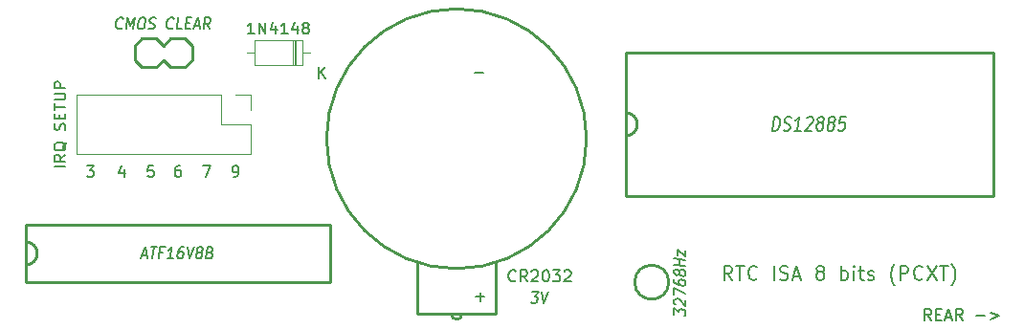
<source format=gto>
G04 #@! TF.GenerationSoftware,KiCad,Pcbnew,(5.1.4)-1*
G04 #@! TF.CreationDate,2020-05-29T14:17:48+02:00*
G04 #@! TF.ProjectId,RTC8088,52544338-3038-4382-9e6b-696361645f70,rev?*
G04 #@! TF.SameCoordinates,Original*
G04 #@! TF.FileFunction,Legend,Top*
G04 #@! TF.FilePolarity,Positive*
%FSLAX46Y46*%
G04 Gerber Fmt 4.6, Leading zero omitted, Abs format (unit mm)*
G04 Created by KiCad (PCBNEW (5.1.4)-1) date 2020-05-29 14:17:48*
%MOMM*%
%LPD*%
G04 APERTURE LIST*
%ADD10C,0.150000*%
%ADD11C,0.200000*%
%ADD12C,0.120000*%
%ADD13C,0.254000*%
%ADD14C,0.203200*%
G04 APERTURE END LIST*
D10*
X183491523Y-97353380D02*
X183158190Y-96877190D01*
X182920095Y-97353380D02*
X182920095Y-96353380D01*
X183301047Y-96353380D01*
X183396285Y-96401000D01*
X183443904Y-96448619D01*
X183491523Y-96543857D01*
X183491523Y-96686714D01*
X183443904Y-96781952D01*
X183396285Y-96829571D01*
X183301047Y-96877190D01*
X182920095Y-96877190D01*
X183920095Y-96829571D02*
X184253428Y-96829571D01*
X184396285Y-97353380D02*
X183920095Y-97353380D01*
X183920095Y-96353380D01*
X184396285Y-96353380D01*
X184777238Y-97067666D02*
X185253428Y-97067666D01*
X184682000Y-97353380D02*
X185015333Y-96353380D01*
X185348666Y-97353380D01*
X186253428Y-97353380D02*
X185920095Y-96877190D01*
X185682000Y-97353380D02*
X185682000Y-96353380D01*
X186062952Y-96353380D01*
X186158190Y-96401000D01*
X186205809Y-96448619D01*
X186253428Y-96543857D01*
X186253428Y-96686714D01*
X186205809Y-96781952D01*
X186158190Y-96829571D01*
X186062952Y-96877190D01*
X185682000Y-96877190D01*
X187443904Y-96972428D02*
X188205809Y-96972428D01*
X188682000Y-96686714D02*
X189443904Y-96972428D01*
X188682000Y-97258142D01*
D11*
X165863190Y-93783476D02*
X165446523Y-93188238D01*
X165148904Y-93783476D02*
X165148904Y-92533476D01*
X165625095Y-92533476D01*
X165744142Y-92593000D01*
X165803666Y-92652523D01*
X165863190Y-92771571D01*
X165863190Y-92950142D01*
X165803666Y-93069190D01*
X165744142Y-93128714D01*
X165625095Y-93188238D01*
X165148904Y-93188238D01*
X166220333Y-92533476D02*
X166934619Y-92533476D01*
X166577476Y-93783476D02*
X166577476Y-92533476D01*
X168065571Y-93664428D02*
X168006047Y-93723952D01*
X167827476Y-93783476D01*
X167708428Y-93783476D01*
X167529857Y-93723952D01*
X167410809Y-93604904D01*
X167351285Y-93485857D01*
X167291761Y-93247761D01*
X167291761Y-93069190D01*
X167351285Y-92831095D01*
X167410809Y-92712047D01*
X167529857Y-92593000D01*
X167708428Y-92533476D01*
X167827476Y-92533476D01*
X168006047Y-92593000D01*
X168065571Y-92652523D01*
X169553666Y-93783476D02*
X169553666Y-92533476D01*
X170089380Y-93723952D02*
X170267952Y-93783476D01*
X170565571Y-93783476D01*
X170684619Y-93723952D01*
X170744142Y-93664428D01*
X170803666Y-93545380D01*
X170803666Y-93426333D01*
X170744142Y-93307285D01*
X170684619Y-93247761D01*
X170565571Y-93188238D01*
X170327476Y-93128714D01*
X170208428Y-93069190D01*
X170148904Y-93009666D01*
X170089380Y-92890619D01*
X170089380Y-92771571D01*
X170148904Y-92652523D01*
X170208428Y-92593000D01*
X170327476Y-92533476D01*
X170625095Y-92533476D01*
X170803666Y-92593000D01*
X171279857Y-93426333D02*
X171875095Y-93426333D01*
X171160809Y-93783476D02*
X171577476Y-92533476D01*
X171994142Y-93783476D01*
X173541761Y-93069190D02*
X173422714Y-93009666D01*
X173363190Y-92950142D01*
X173303666Y-92831095D01*
X173303666Y-92771571D01*
X173363190Y-92652523D01*
X173422714Y-92593000D01*
X173541761Y-92533476D01*
X173779857Y-92533476D01*
X173898904Y-92593000D01*
X173958428Y-92652523D01*
X174017952Y-92771571D01*
X174017952Y-92831095D01*
X173958428Y-92950142D01*
X173898904Y-93009666D01*
X173779857Y-93069190D01*
X173541761Y-93069190D01*
X173422714Y-93128714D01*
X173363190Y-93188238D01*
X173303666Y-93307285D01*
X173303666Y-93545380D01*
X173363190Y-93664428D01*
X173422714Y-93723952D01*
X173541761Y-93783476D01*
X173779857Y-93783476D01*
X173898904Y-93723952D01*
X173958428Y-93664428D01*
X174017952Y-93545380D01*
X174017952Y-93307285D01*
X173958428Y-93188238D01*
X173898904Y-93128714D01*
X173779857Y-93069190D01*
X175506047Y-93783476D02*
X175506047Y-92533476D01*
X175506047Y-93009666D02*
X175625095Y-92950142D01*
X175863190Y-92950142D01*
X175982238Y-93009666D01*
X176041761Y-93069190D01*
X176101285Y-93188238D01*
X176101285Y-93545380D01*
X176041761Y-93664428D01*
X175982238Y-93723952D01*
X175863190Y-93783476D01*
X175625095Y-93783476D01*
X175506047Y-93723952D01*
X176637000Y-93783476D02*
X176637000Y-92950142D01*
X176637000Y-92533476D02*
X176577476Y-92593000D01*
X176637000Y-92652523D01*
X176696523Y-92593000D01*
X176637000Y-92533476D01*
X176637000Y-92652523D01*
X177053666Y-92950142D02*
X177529857Y-92950142D01*
X177232238Y-92533476D02*
X177232238Y-93604904D01*
X177291761Y-93723952D01*
X177410809Y-93783476D01*
X177529857Y-93783476D01*
X177887000Y-93723952D02*
X178006047Y-93783476D01*
X178244142Y-93783476D01*
X178363190Y-93723952D01*
X178422714Y-93604904D01*
X178422714Y-93545380D01*
X178363190Y-93426333D01*
X178244142Y-93366809D01*
X178065571Y-93366809D01*
X177946523Y-93307285D01*
X177887000Y-93188238D01*
X177887000Y-93128714D01*
X177946523Y-93009666D01*
X178065571Y-92950142D01*
X178244142Y-92950142D01*
X178363190Y-93009666D01*
X180267952Y-94259666D02*
X180208428Y-94200142D01*
X180089380Y-94021571D01*
X180029857Y-93902523D01*
X179970333Y-93723952D01*
X179910809Y-93426333D01*
X179910809Y-93188238D01*
X179970333Y-92890619D01*
X180029857Y-92712047D01*
X180089380Y-92593000D01*
X180208428Y-92414428D01*
X180267952Y-92354904D01*
X180744142Y-93783476D02*
X180744142Y-92533476D01*
X181220333Y-92533476D01*
X181339380Y-92593000D01*
X181398904Y-92652523D01*
X181458428Y-92771571D01*
X181458428Y-92950142D01*
X181398904Y-93069190D01*
X181339380Y-93128714D01*
X181220333Y-93188238D01*
X180744142Y-93188238D01*
X182708428Y-93664428D02*
X182648904Y-93723952D01*
X182470333Y-93783476D01*
X182351285Y-93783476D01*
X182172714Y-93723952D01*
X182053666Y-93604904D01*
X181994142Y-93485857D01*
X181934619Y-93247761D01*
X181934619Y-93069190D01*
X181994142Y-92831095D01*
X182053666Y-92712047D01*
X182172714Y-92593000D01*
X182351285Y-92533476D01*
X182470333Y-92533476D01*
X182648904Y-92593000D01*
X182708428Y-92652523D01*
X183125095Y-92533476D02*
X183958428Y-93783476D01*
X183958428Y-92533476D02*
X183125095Y-93783476D01*
X184256047Y-92533476D02*
X184970333Y-92533476D01*
X184613190Y-93783476D02*
X184613190Y-92533476D01*
X185267952Y-94259666D02*
X185327476Y-94200142D01*
X185446523Y-94021571D01*
X185506047Y-93902523D01*
X185565571Y-93723952D01*
X185625095Y-93426333D01*
X185625095Y-93188238D01*
X185565571Y-92890619D01*
X185506047Y-92712047D01*
X185446523Y-92593000D01*
X185327476Y-92414428D01*
X185267952Y-92354904D01*
D10*
X121729523Y-84653380D02*
X121920000Y-84653380D01*
X122015238Y-84605761D01*
X122062857Y-84558142D01*
X122158095Y-84415285D01*
X122205714Y-84224809D01*
X122205714Y-83843857D01*
X122158095Y-83748619D01*
X122110476Y-83701000D01*
X122015238Y-83653380D01*
X121824761Y-83653380D01*
X121729523Y-83701000D01*
X121681904Y-83748619D01*
X121634285Y-83843857D01*
X121634285Y-84081952D01*
X121681904Y-84177190D01*
X121729523Y-84224809D01*
X121824761Y-84272428D01*
X122015238Y-84272428D01*
X122110476Y-84224809D01*
X122158095Y-84177190D01*
X122205714Y-84081952D01*
X119046666Y-83653380D02*
X119713333Y-83653380D01*
X119284761Y-84653380D01*
X117030476Y-83653380D02*
X116840000Y-83653380D01*
X116744761Y-83701000D01*
X116697142Y-83748619D01*
X116601904Y-83891476D01*
X116554285Y-84081952D01*
X116554285Y-84462904D01*
X116601904Y-84558142D01*
X116649523Y-84605761D01*
X116744761Y-84653380D01*
X116935238Y-84653380D01*
X117030476Y-84605761D01*
X117078095Y-84558142D01*
X117125714Y-84462904D01*
X117125714Y-84224809D01*
X117078095Y-84129571D01*
X117030476Y-84081952D01*
X116935238Y-84034333D01*
X116744761Y-84034333D01*
X116649523Y-84081952D01*
X116601904Y-84129571D01*
X116554285Y-84224809D01*
X114665095Y-83653380D02*
X114188904Y-83653380D01*
X114141285Y-84129571D01*
X114188904Y-84081952D01*
X114284142Y-84034333D01*
X114522238Y-84034333D01*
X114617476Y-84081952D01*
X114665095Y-84129571D01*
X114712714Y-84224809D01*
X114712714Y-84462904D01*
X114665095Y-84558142D01*
X114617476Y-84605761D01*
X114522238Y-84653380D01*
X114284142Y-84653380D01*
X114188904Y-84605761D01*
X114141285Y-84558142D01*
X112077476Y-83986714D02*
X112077476Y-84653380D01*
X111839380Y-83605761D02*
X111601285Y-84320047D01*
X112220333Y-84320047D01*
X108759666Y-83653380D02*
X109378714Y-83653380D01*
X109045380Y-84034333D01*
X109188238Y-84034333D01*
X109283476Y-84081952D01*
X109331095Y-84129571D01*
X109378714Y-84224809D01*
X109378714Y-84462904D01*
X109331095Y-84558142D01*
X109283476Y-84605761D01*
X109188238Y-84653380D01*
X108902523Y-84653380D01*
X108807285Y-84605761D01*
X108759666Y-84558142D01*
D12*
X127250000Y-74780000D02*
X127250000Y-72540000D01*
X127010000Y-74780000D02*
X127010000Y-72540000D01*
X127130000Y-74780000D02*
X127130000Y-72540000D01*
X122960000Y-73660000D02*
X123610000Y-73660000D01*
X128500000Y-73660000D02*
X127850000Y-73660000D01*
X123610000Y-74780000D02*
X127850000Y-74780000D01*
X123610000Y-72540000D02*
X123610000Y-74780000D01*
X127850000Y-72540000D02*
X123610000Y-72540000D01*
X127850000Y-74780000D02*
X127850000Y-72540000D01*
D13*
X103378000Y-92456000D02*
G75*
G03X104394000Y-91440000I0J1016000D01*
G01*
X104394000Y-91440000D02*
G75*
G03X103378000Y-90424000I-1016000J0D01*
G01*
X103378000Y-88900000D02*
X130302000Y-88900000D01*
X130302000Y-88900000D02*
X130302000Y-93980000D01*
X130302000Y-93980000D02*
X103378000Y-93980000D01*
X103378000Y-93980000D02*
X103378000Y-88900000D01*
X152985926Y-81280000D02*
G75*
G03X152985926Y-81280000I-11501120J0D01*
G01*
X144984926Y-96779080D02*
X144984926Y-92280740D01*
X137984686Y-96779080D02*
X144984926Y-96779080D01*
X137984686Y-92280740D02*
X137984686Y-96779080D01*
X140984426Y-96779080D02*
G75*
G03X141484806Y-97279460I500380J0D01*
G01*
X141484806Y-97279460D02*
G75*
G03X141985186Y-96779080I0J500380D01*
G01*
X115570000Y-74295000D02*
X116205000Y-74930000D01*
X116205000Y-74930000D02*
X117475000Y-74930000D01*
X117475000Y-74930000D02*
X118110000Y-74295000D01*
X118110000Y-74295000D02*
X118110000Y-73025000D01*
X118110000Y-73025000D02*
X117475000Y-72390000D01*
X117475000Y-72390000D02*
X116205000Y-72390000D01*
X116205000Y-72390000D02*
X115570000Y-73025000D01*
X115570000Y-74295000D02*
X114935000Y-74930000D01*
X114935000Y-74930000D02*
X113665000Y-74930000D01*
X113665000Y-74930000D02*
X113030000Y-74295000D01*
X113030000Y-74295000D02*
X113030000Y-73025000D01*
X113030000Y-73025000D02*
X113665000Y-72390000D01*
X113665000Y-72390000D02*
X114935000Y-72390000D01*
X114935000Y-72390000D02*
X115570000Y-73025000D01*
X156464000Y-81026000D02*
G75*
G03X157480000Y-80010000I0J1016000D01*
G01*
X157480000Y-80010000D02*
G75*
G03X156464000Y-78994000I-1016000J0D01*
G01*
X156464000Y-73660000D02*
X188976000Y-73660000D01*
X188976000Y-73660000D02*
X188976000Y-86360000D01*
X188976000Y-86360000D02*
X156464000Y-86360000D01*
X156464000Y-86360000D02*
X156464000Y-73660000D01*
X160251140Y-93980000D02*
G75*
G03X160251140Y-93980000I-1501140J0D01*
G01*
D12*
X107890000Y-77410000D02*
X107890000Y-82610000D01*
X120650000Y-77410000D02*
X107890000Y-77410000D01*
X123250000Y-82610000D02*
X107890000Y-82610000D01*
X120650000Y-77410000D02*
X120650000Y-80010000D01*
X120650000Y-80010000D02*
X123250000Y-80010000D01*
X123250000Y-80010000D02*
X123250000Y-82610000D01*
X121920000Y-77410000D02*
X123250000Y-77410000D01*
X123250000Y-77410000D02*
X123250000Y-78740000D01*
D10*
X123587142Y-71992380D02*
X123015714Y-71992380D01*
X123301428Y-71992380D02*
X123301428Y-70992380D01*
X123206190Y-71135238D01*
X123110952Y-71230476D01*
X123015714Y-71278095D01*
X124015714Y-71992380D02*
X124015714Y-70992380D01*
X124587142Y-71992380D01*
X124587142Y-70992380D01*
X125491904Y-71325714D02*
X125491904Y-71992380D01*
X125253809Y-70944761D02*
X125015714Y-71659047D01*
X125634761Y-71659047D01*
X126539523Y-71992380D02*
X125968095Y-71992380D01*
X126253809Y-71992380D02*
X126253809Y-70992380D01*
X126158571Y-71135238D01*
X126063333Y-71230476D01*
X125968095Y-71278095D01*
X127396666Y-71325714D02*
X127396666Y-71992380D01*
X127158571Y-70944761D02*
X126920476Y-71659047D01*
X127539523Y-71659047D01*
X128063333Y-71420952D02*
X127968095Y-71373333D01*
X127920476Y-71325714D01*
X127872857Y-71230476D01*
X127872857Y-71182857D01*
X127920476Y-71087619D01*
X127968095Y-71040000D01*
X128063333Y-70992380D01*
X128253809Y-70992380D01*
X128349047Y-71040000D01*
X128396666Y-71087619D01*
X128444285Y-71182857D01*
X128444285Y-71230476D01*
X128396666Y-71325714D01*
X128349047Y-71373333D01*
X128253809Y-71420952D01*
X128063333Y-71420952D01*
X127968095Y-71468571D01*
X127920476Y-71516190D01*
X127872857Y-71611428D01*
X127872857Y-71801904D01*
X127920476Y-71897142D01*
X127968095Y-71944761D01*
X128063333Y-71992380D01*
X128253809Y-71992380D01*
X128349047Y-71944761D01*
X128396666Y-71897142D01*
X128444285Y-71801904D01*
X128444285Y-71611428D01*
X128396666Y-71516190D01*
X128349047Y-71468571D01*
X128253809Y-71420952D01*
X129278095Y-75912380D02*
X129278095Y-74912380D01*
X129849523Y-75912380D02*
X129420952Y-75340952D01*
X129849523Y-74912380D02*
X129278095Y-75483809D01*
D14*
X113657259Y-91609333D02*
X114092687Y-91609333D01*
X113533887Y-91899619D02*
X113965687Y-90883619D01*
X114143487Y-91899619D01*
X114444659Y-90883619D02*
X114967173Y-90883619D01*
X114578916Y-91899619D02*
X114705916Y-90883619D01*
X115516297Y-91367428D02*
X115211497Y-91367428D01*
X115144973Y-91899619D02*
X115271973Y-90883619D01*
X115707401Y-90883619D01*
X116407716Y-91899619D02*
X115885201Y-91899619D01*
X116146459Y-91899619D02*
X116273459Y-90883619D01*
X116168230Y-91028761D01*
X116069049Y-91125523D01*
X115975916Y-91173904D01*
X117318487Y-90883619D02*
X117144316Y-90883619D01*
X117051182Y-90932000D01*
X117001592Y-90980380D01*
X116896363Y-91125523D01*
X116828630Y-91319047D01*
X116780249Y-91706095D01*
X116811697Y-91802857D01*
X116849192Y-91851238D01*
X116930230Y-91899619D01*
X117104401Y-91899619D01*
X117197535Y-91851238D01*
X117247125Y-91802857D01*
X117302763Y-91706095D01*
X117333001Y-91464190D01*
X117301554Y-91367428D01*
X117264059Y-91319047D01*
X117183020Y-91270666D01*
X117008849Y-91270666D01*
X116915716Y-91319047D01*
X116866125Y-91367428D01*
X116810487Y-91464190D01*
X117666830Y-90883619D02*
X117844630Y-91899619D01*
X118276430Y-90883619D01*
X118657430Y-91319047D02*
X118576392Y-91270666D01*
X118538897Y-91222285D01*
X118507449Y-91125523D01*
X118513497Y-91077142D01*
X118569135Y-90980380D01*
X118618725Y-90932000D01*
X118711859Y-90883619D01*
X118886030Y-90883619D01*
X118967068Y-90932000D01*
X119004563Y-90980380D01*
X119036011Y-91077142D01*
X119029963Y-91125523D01*
X118974325Y-91222285D01*
X118924735Y-91270666D01*
X118831601Y-91319047D01*
X118657430Y-91319047D01*
X118564297Y-91367428D01*
X118514706Y-91415809D01*
X118459068Y-91512571D01*
X118434878Y-91706095D01*
X118466325Y-91802857D01*
X118503820Y-91851238D01*
X118584859Y-91899619D01*
X118759030Y-91899619D01*
X118852163Y-91851238D01*
X118901754Y-91802857D01*
X118957392Y-91706095D01*
X118981582Y-91512571D01*
X118950135Y-91415809D01*
X118912640Y-91367428D01*
X118831601Y-91319047D01*
X119696411Y-91367428D02*
X119820992Y-91415809D01*
X119858487Y-91464190D01*
X119889935Y-91560952D01*
X119871792Y-91706095D01*
X119816154Y-91802857D01*
X119766563Y-91851238D01*
X119673430Y-91899619D01*
X119325087Y-91899619D01*
X119452087Y-90883619D01*
X119756887Y-90883619D01*
X119837925Y-90932000D01*
X119875420Y-90980380D01*
X119906868Y-91077142D01*
X119894773Y-91173904D01*
X119839135Y-91270666D01*
X119789544Y-91319047D01*
X119696411Y-91367428D01*
X119391611Y-91367428D01*
X146715238Y-93834857D02*
X146666857Y-93883238D01*
X146521714Y-93931619D01*
X146424952Y-93931619D01*
X146279809Y-93883238D01*
X146183047Y-93786476D01*
X146134666Y-93689714D01*
X146086285Y-93496190D01*
X146086285Y-93351047D01*
X146134666Y-93157523D01*
X146183047Y-93060761D01*
X146279809Y-92964000D01*
X146424952Y-92915619D01*
X146521714Y-92915619D01*
X146666857Y-92964000D01*
X146715238Y-93012380D01*
X147731238Y-93931619D02*
X147392571Y-93447809D01*
X147150666Y-93931619D02*
X147150666Y-92915619D01*
X147537714Y-92915619D01*
X147634476Y-92964000D01*
X147682857Y-93012380D01*
X147731238Y-93109142D01*
X147731238Y-93254285D01*
X147682857Y-93351047D01*
X147634476Y-93399428D01*
X147537714Y-93447809D01*
X147150666Y-93447809D01*
X148118285Y-93012380D02*
X148166666Y-92964000D01*
X148263428Y-92915619D01*
X148505333Y-92915619D01*
X148602095Y-92964000D01*
X148650476Y-93012380D01*
X148698857Y-93109142D01*
X148698857Y-93205904D01*
X148650476Y-93351047D01*
X148069904Y-93931619D01*
X148698857Y-93931619D01*
X149327809Y-92915619D02*
X149424571Y-92915619D01*
X149521333Y-92964000D01*
X149569714Y-93012380D01*
X149618095Y-93109142D01*
X149666476Y-93302666D01*
X149666476Y-93544571D01*
X149618095Y-93738095D01*
X149569714Y-93834857D01*
X149521333Y-93883238D01*
X149424571Y-93931619D01*
X149327809Y-93931619D01*
X149231047Y-93883238D01*
X149182666Y-93834857D01*
X149134285Y-93738095D01*
X149085904Y-93544571D01*
X149085904Y-93302666D01*
X149134285Y-93109142D01*
X149182666Y-93012380D01*
X149231047Y-92964000D01*
X149327809Y-92915619D01*
X150005142Y-92915619D02*
X150634095Y-92915619D01*
X150295428Y-93302666D01*
X150440571Y-93302666D01*
X150537333Y-93351047D01*
X150585714Y-93399428D01*
X150634095Y-93496190D01*
X150634095Y-93738095D01*
X150585714Y-93834857D01*
X150537333Y-93883238D01*
X150440571Y-93931619D01*
X150150285Y-93931619D01*
X150053523Y-93883238D01*
X150005142Y-93834857D01*
X151021142Y-93012380D02*
X151069523Y-92964000D01*
X151166285Y-92915619D01*
X151408190Y-92915619D01*
X151504952Y-92964000D01*
X151553333Y-93012380D01*
X151601714Y-93109142D01*
X151601714Y-93205904D01*
X151553333Y-93351047D01*
X150972761Y-93931619D01*
X151601714Y-93931619D01*
X148168601Y-94820619D02*
X148734659Y-94820619D01*
X148381478Y-95207666D01*
X148512106Y-95207666D01*
X148593144Y-95256047D01*
X148630640Y-95304428D01*
X148662087Y-95401190D01*
X148631849Y-95643095D01*
X148576211Y-95739857D01*
X148526620Y-95788238D01*
X148433487Y-95836619D01*
X148172230Y-95836619D01*
X148091192Y-95788238D01*
X148053697Y-95739857D01*
X148995916Y-94820619D02*
X149173716Y-95836619D01*
X149605516Y-94820619D01*
X143563977Y-95662447D02*
X143563977Y-94888352D01*
X143951025Y-95275400D02*
X143176929Y-95275400D01*
X143078958Y-75408971D02*
X143853053Y-75408971D01*
X111884097Y-71482857D02*
X111834506Y-71531238D01*
X111697830Y-71579619D01*
X111610744Y-71579619D01*
X111486163Y-71531238D01*
X111411173Y-71434476D01*
X111379725Y-71337714D01*
X111360373Y-71144190D01*
X111378516Y-70999047D01*
X111446249Y-70805523D01*
X111501887Y-70708761D01*
X111601068Y-70612000D01*
X111737744Y-70563619D01*
X111824830Y-70563619D01*
X111949411Y-70612000D01*
X111986906Y-70660380D01*
X112263887Y-71579619D02*
X112390887Y-70563619D01*
X112604973Y-71289333D01*
X113000487Y-70563619D01*
X112873487Y-71579619D01*
X113610087Y-70563619D02*
X113784259Y-70563619D01*
X113865297Y-70612000D01*
X113940287Y-70708761D01*
X113959640Y-70902285D01*
X113917306Y-71240952D01*
X113849573Y-71434476D01*
X113750392Y-71531238D01*
X113657259Y-71579619D01*
X113483087Y-71579619D01*
X113402049Y-71531238D01*
X113327059Y-71434476D01*
X113307706Y-71240952D01*
X113350040Y-70902285D01*
X113417773Y-70708761D01*
X113516954Y-70612000D01*
X113610087Y-70563619D01*
X114229363Y-71531238D02*
X114353944Y-71579619D01*
X114571659Y-71579619D01*
X114664792Y-71531238D01*
X114714382Y-71482857D01*
X114770020Y-71386095D01*
X114782116Y-71289333D01*
X114750668Y-71192571D01*
X114713173Y-71144190D01*
X114632135Y-71095809D01*
X114464011Y-71047428D01*
X114382973Y-70999047D01*
X114345478Y-70950666D01*
X114314030Y-70853904D01*
X114326125Y-70757142D01*
X114381763Y-70660380D01*
X114431354Y-70612000D01*
X114524487Y-70563619D01*
X114742201Y-70563619D01*
X114866782Y-70612000D01*
X116369011Y-71482857D02*
X116319420Y-71531238D01*
X116182744Y-71579619D01*
X116095659Y-71579619D01*
X115971078Y-71531238D01*
X115896087Y-71434476D01*
X115864640Y-71337714D01*
X115845287Y-71144190D01*
X115863430Y-70999047D01*
X115931163Y-70805523D01*
X115986801Y-70708761D01*
X116085982Y-70612000D01*
X116222659Y-70563619D01*
X116309744Y-70563619D01*
X116434325Y-70612000D01*
X116471820Y-70660380D01*
X117184230Y-71579619D02*
X116748801Y-71579619D01*
X116875801Y-70563619D01*
X117555554Y-71047428D02*
X117860354Y-71047428D01*
X117924459Y-71579619D02*
X117489030Y-71579619D01*
X117616030Y-70563619D01*
X118051459Y-70563619D01*
X118309087Y-71289333D02*
X118744516Y-71289333D01*
X118185716Y-71579619D02*
X118617516Y-70563619D01*
X118795316Y-71579619D01*
X119622630Y-71579619D02*
X119378306Y-71095809D01*
X119100116Y-71579619D02*
X119227116Y-70563619D01*
X119575459Y-70563619D01*
X119656497Y-70612000D01*
X119693992Y-70660380D01*
X119725440Y-70757142D01*
X119707297Y-70902285D01*
X119651659Y-70999047D01*
X119602068Y-71047428D01*
X119508935Y-71095809D01*
X119160592Y-71095809D01*
X169423034Y-80584523D02*
X169581784Y-79314523D01*
X169823689Y-79314523D01*
X169961272Y-79375000D01*
X170042915Y-79495952D01*
X170076177Y-79616904D01*
X170094320Y-79858809D01*
X170071641Y-80040238D01*
X169993022Y-80282142D01*
X169929522Y-80403095D01*
X169817641Y-80524047D01*
X169664939Y-80584523D01*
X169423034Y-80584523D01*
X170398213Y-80524047D02*
X170535796Y-80584523D01*
X170777701Y-80584523D01*
X170882022Y-80524047D01*
X170937963Y-80463571D01*
X171001463Y-80342619D01*
X171016582Y-80221666D01*
X170983320Y-80100714D01*
X170942498Y-80040238D01*
X170853296Y-79979761D01*
X170667332Y-79919285D01*
X170578129Y-79858809D01*
X170537308Y-79798333D01*
X170504046Y-79677380D01*
X170519165Y-79556428D01*
X170582665Y-79435476D01*
X170638606Y-79375000D01*
X170742927Y-79314523D01*
X170984832Y-79314523D01*
X171122415Y-79375000D01*
X171938844Y-80584523D02*
X171358272Y-80584523D01*
X171648558Y-80584523D02*
X171807308Y-79314523D01*
X171687867Y-79495952D01*
X171575987Y-79616904D01*
X171471665Y-79677380D01*
X172469522Y-79435476D02*
X172525463Y-79375000D01*
X172629784Y-79314523D01*
X172871689Y-79314523D01*
X172960891Y-79375000D01*
X173001713Y-79435476D01*
X173034975Y-79556428D01*
X173019856Y-79677380D01*
X172948796Y-79858809D01*
X172277510Y-80584523D01*
X172906463Y-80584523D01*
X173577748Y-79858809D02*
X173488546Y-79798333D01*
X173447725Y-79737857D01*
X173414463Y-79616904D01*
X173422022Y-79556428D01*
X173485522Y-79435476D01*
X173541463Y-79375000D01*
X173645784Y-79314523D01*
X173839308Y-79314523D01*
X173928510Y-79375000D01*
X173969332Y-79435476D01*
X174002594Y-79556428D01*
X173995034Y-79616904D01*
X173931534Y-79737857D01*
X173875594Y-79798333D01*
X173771272Y-79858809D01*
X173577748Y-79858809D01*
X173473427Y-79919285D01*
X173417487Y-79979761D01*
X173353987Y-80100714D01*
X173323748Y-80342619D01*
X173357010Y-80463571D01*
X173397832Y-80524047D01*
X173487034Y-80584523D01*
X173680558Y-80584523D01*
X173784879Y-80524047D01*
X173840820Y-80463571D01*
X173904320Y-80342619D01*
X173934558Y-80100714D01*
X173901296Y-79979761D01*
X173860475Y-79919285D01*
X173771272Y-79858809D01*
X174545367Y-79858809D02*
X174456165Y-79798333D01*
X174415344Y-79737857D01*
X174382082Y-79616904D01*
X174389641Y-79556428D01*
X174453141Y-79435476D01*
X174509082Y-79375000D01*
X174613403Y-79314523D01*
X174806927Y-79314523D01*
X174896129Y-79375000D01*
X174936951Y-79435476D01*
X174970213Y-79556428D01*
X174962653Y-79616904D01*
X174899153Y-79737857D01*
X174843213Y-79798333D01*
X174738891Y-79858809D01*
X174545367Y-79858809D01*
X174441046Y-79919285D01*
X174385106Y-79979761D01*
X174321606Y-80100714D01*
X174291367Y-80342619D01*
X174324629Y-80463571D01*
X174365451Y-80524047D01*
X174454653Y-80584523D01*
X174648177Y-80584523D01*
X174752498Y-80524047D01*
X174808439Y-80463571D01*
X174871939Y-80342619D01*
X174902177Y-80100714D01*
X174868915Y-79979761D01*
X174828094Y-79919285D01*
X174738891Y-79858809D01*
X175919689Y-79314523D02*
X175435879Y-79314523D01*
X175311903Y-79919285D01*
X175367844Y-79858809D01*
X175472165Y-79798333D01*
X175714070Y-79798333D01*
X175803272Y-79858809D01*
X175844094Y-79919285D01*
X175877356Y-80040238D01*
X175839558Y-80342619D01*
X175776058Y-80463571D01*
X175720117Y-80524047D01*
X175615796Y-80584523D01*
X175373891Y-80584523D01*
X175284689Y-80524047D01*
X175243867Y-80463571D01*
X160733619Y-96854312D02*
X160733619Y-96288255D01*
X161120666Y-96641436D01*
X161120666Y-96510807D01*
X161169047Y-96429769D01*
X161217428Y-96392274D01*
X161314190Y-96360826D01*
X161556095Y-96391064D01*
X161652857Y-96446702D01*
X161701238Y-96496293D01*
X161749619Y-96589426D01*
X161749619Y-96850683D01*
X161701238Y-96931721D01*
X161652857Y-96969217D01*
X160830380Y-95952007D02*
X160782000Y-95902417D01*
X160733619Y-95809283D01*
X160733619Y-95591569D01*
X160782000Y-95510531D01*
X160830380Y-95473036D01*
X160927142Y-95441588D01*
X161023904Y-95453683D01*
X161169047Y-95515369D01*
X161749619Y-96110455D01*
X161749619Y-95544398D01*
X160733619Y-95112598D02*
X160733619Y-94502998D01*
X161749619Y-95021883D01*
X160733619Y-93762769D02*
X160733619Y-93936940D01*
X160782000Y-94030074D01*
X160830380Y-94079664D01*
X160975523Y-94184893D01*
X161169047Y-94252626D01*
X161556095Y-94301007D01*
X161652857Y-94269560D01*
X161701238Y-94232064D01*
X161749619Y-94151026D01*
X161749619Y-93976855D01*
X161701238Y-93883721D01*
X161652857Y-93834131D01*
X161556095Y-93778493D01*
X161314190Y-93748255D01*
X161217428Y-93779702D01*
X161169047Y-93817198D01*
X161120666Y-93898236D01*
X161120666Y-94072407D01*
X161169047Y-94165540D01*
X161217428Y-94215131D01*
X161314190Y-94270769D01*
X161169047Y-93207598D02*
X161120666Y-93288636D01*
X161072285Y-93326131D01*
X160975523Y-93357579D01*
X160927142Y-93351531D01*
X160830380Y-93295893D01*
X160782000Y-93246302D01*
X160733619Y-93153169D01*
X160733619Y-92978998D01*
X160782000Y-92897960D01*
X160830380Y-92860464D01*
X160927142Y-92829017D01*
X160975523Y-92835064D01*
X161072285Y-92890702D01*
X161120666Y-92940293D01*
X161169047Y-93033426D01*
X161169047Y-93207598D01*
X161217428Y-93300731D01*
X161265809Y-93350321D01*
X161362571Y-93405960D01*
X161556095Y-93430150D01*
X161652857Y-93398702D01*
X161701238Y-93361207D01*
X161749619Y-93280169D01*
X161749619Y-93105998D01*
X161701238Y-93012864D01*
X161652857Y-92963274D01*
X161556095Y-92907636D01*
X161362571Y-92883445D01*
X161265809Y-92914893D01*
X161217428Y-92952388D01*
X161169047Y-93033426D01*
X161749619Y-92539940D02*
X160733619Y-92412940D01*
X161217428Y-92473417D02*
X161217428Y-91950902D01*
X161749619Y-92017426D02*
X160733619Y-91890426D01*
X161072285Y-91584417D02*
X161072285Y-91105445D01*
X161749619Y-91669083D01*
X161749619Y-91190112D01*
D10*
X106878380Y-83748095D02*
X105878380Y-83748095D01*
X106878380Y-82700476D02*
X106402190Y-83033809D01*
X106878380Y-83271904D02*
X105878380Y-83271904D01*
X105878380Y-82890952D01*
X105926000Y-82795714D01*
X105973619Y-82748095D01*
X106068857Y-82700476D01*
X106211714Y-82700476D01*
X106306952Y-82748095D01*
X106354571Y-82795714D01*
X106402190Y-82890952D01*
X106402190Y-83271904D01*
X106973619Y-81605238D02*
X106926000Y-81700476D01*
X106830761Y-81795714D01*
X106687904Y-81938571D01*
X106640285Y-82033809D01*
X106640285Y-82129047D01*
X106878380Y-82081428D02*
X106830761Y-82176666D01*
X106735523Y-82271904D01*
X106545047Y-82319523D01*
X106211714Y-82319523D01*
X106021238Y-82271904D01*
X105926000Y-82176666D01*
X105878380Y-82081428D01*
X105878380Y-81890952D01*
X105926000Y-81795714D01*
X106021238Y-81700476D01*
X106211714Y-81652857D01*
X106545047Y-81652857D01*
X106735523Y-81700476D01*
X106830761Y-81795714D01*
X106878380Y-81890952D01*
X106878380Y-82081428D01*
X106830761Y-80510000D02*
X106878380Y-80367142D01*
X106878380Y-80129047D01*
X106830761Y-80033809D01*
X106783142Y-79986190D01*
X106687904Y-79938571D01*
X106592666Y-79938571D01*
X106497428Y-79986190D01*
X106449809Y-80033809D01*
X106402190Y-80129047D01*
X106354571Y-80319523D01*
X106306952Y-80414761D01*
X106259333Y-80462380D01*
X106164095Y-80510000D01*
X106068857Y-80510000D01*
X105973619Y-80462380D01*
X105926000Y-80414761D01*
X105878380Y-80319523D01*
X105878380Y-80081428D01*
X105926000Y-79938571D01*
X106354571Y-79510000D02*
X106354571Y-79176666D01*
X106878380Y-79033809D02*
X106878380Y-79510000D01*
X105878380Y-79510000D01*
X105878380Y-79033809D01*
X105878380Y-78748095D02*
X105878380Y-78176666D01*
X106878380Y-78462380D02*
X105878380Y-78462380D01*
X105878380Y-77843333D02*
X106687904Y-77843333D01*
X106783142Y-77795714D01*
X106830761Y-77748095D01*
X106878380Y-77652857D01*
X106878380Y-77462380D01*
X106830761Y-77367142D01*
X106783142Y-77319523D01*
X106687904Y-77271904D01*
X105878380Y-77271904D01*
X106878380Y-76795714D02*
X105878380Y-76795714D01*
X105878380Y-76414761D01*
X105926000Y-76319523D01*
X105973619Y-76271904D01*
X106068857Y-76224285D01*
X106211714Y-76224285D01*
X106306952Y-76271904D01*
X106354571Y-76319523D01*
X106402190Y-76414761D01*
X106402190Y-76795714D01*
M02*

</source>
